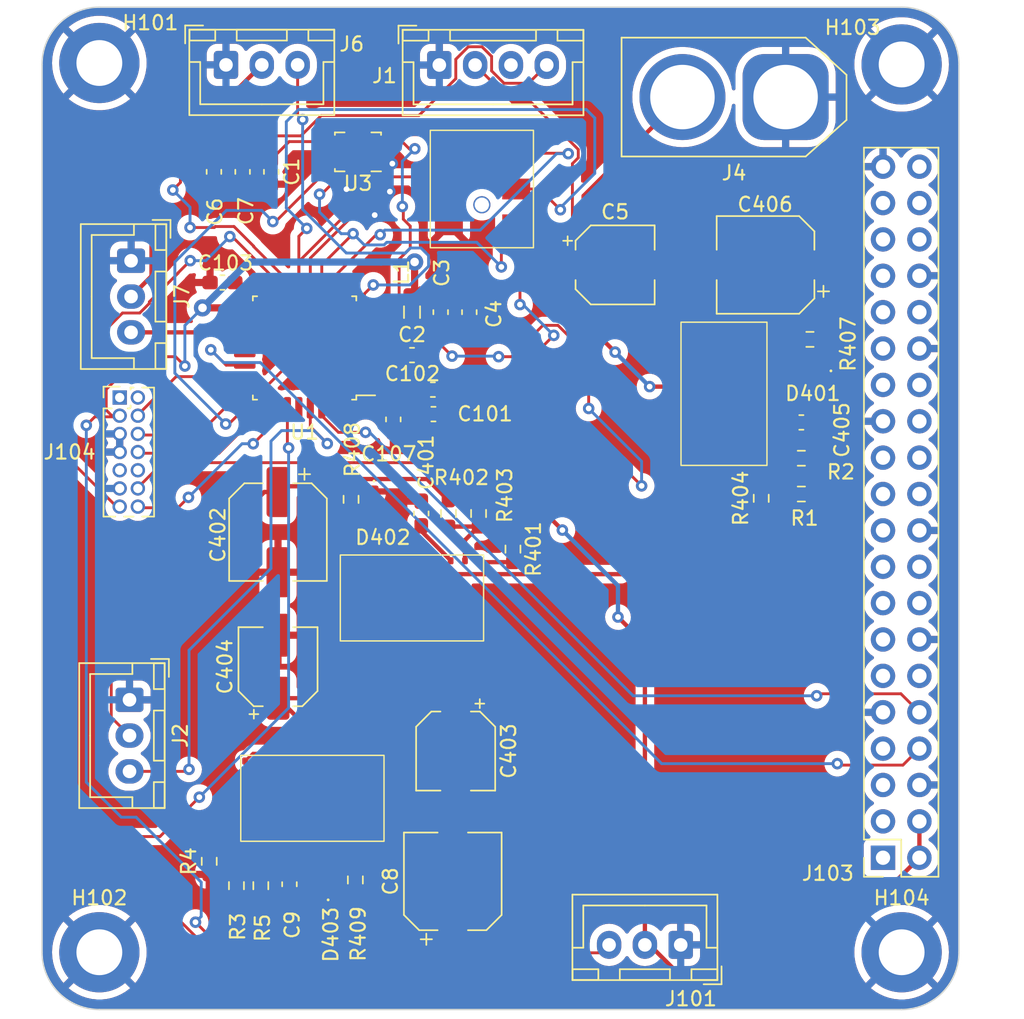
<source format=kicad_pcb>
(kicad_pcb (version 20221018) (generator pcbnew)
  (layers (0 "F.Cu" signal) (31 "B.Cu" signal) (34 "B.Paste" user) (35 "F.Paste" user) (36 "B.SilkS" user "B.Silkscreen") (37 "F.SilkS" user "F.Silkscreen") (38 "B.Mask" user) (39 "F.Mask" user) (44 "Edge.Cuts" user))
  (net 0 "")
  (net 1 "+3V3")
  (net 2 "GND")
  (net 3 "/NRST")
  (net 4 "+3.3VA")
  (net 5 "+3.3V")
  (net 6 "Net-(U2-Vcc)")
  (net 7 "Net-(U401-Vcc)")
  (net 8 "+5V")
  (net 9 "Net-(U402-Vcc)")
  (net 10 "+7.5V")
  (net 11 "Net-(D401-A)")
  (net 12 "Net-(D402-A)")
  (net 13 "Net-(D403-A)")
  (net 15 "/Sig_LED")
  (net 16 "/SigProp2")
  (net 17 "+BATT")
  (net 18 "/VDD_SER")
  (net 19 "/DATA1")
  (net 20 "/DATA2")
  (net 21 "/SigProp1")
  (net 26 "/RPI_UART_TX")
  (net 27 "/RPI_UART_RX")
  (net 54 "/SWDIO")
  (net 55 "/SWCLK")
  (net 56 "/SWO")
  (net 59 "/ST_RX")
  (net 60 "/ST_TX")
  (net 61 "Net-(U402-FB)")
  (net 62 "Net-(U2-FB)")
  (net 63 "Net-(U2-FSW)")
  (net 64 "Net-(U401-FSW)")
  (net 65 "Net-(U401-FB)")
  (net 66 "Net-(U402-FSW)")
  (net 69 "/INT1")
  (net 70 "/INT2")
  (net 77 "Net-(U2-En)")
  (net 82 "Net-(U401-En)")
  (net 85 "Net-(U402-En)")
  (net 87 "/SS")
  (net 88 "/SCLK")
  (net 89 "/MISO")
  (net 90 "/MOSI")
  (footprint "Capacitor_SMD:C_0603_1608Metric_Pad1.08x0.95mm_HandSolder" (layer "F.Cu") (at 118.27 110.75 90)
    (fp_text reference "C9")
    (fp_text value "1u")
  )
  (footprint "Package_LGA:LGA-14_3x2.5mm_P0.5mm_LayoutBorder3x4y" (layer "F.Cu") (at 121.3025 61.1075 180)
    (fp_text reference "U3")
    (fp_text value "LSM6DSL")
  )
  (footprint "Custom:Pressure_Captor_Custom" (layer "F.Cu") (at 131.7 62.2)
    (fp_text reference "U6" hide)
    (fp_text value "32350268" hide)
  )
  (footprint "Connector_AMASS:AMASS_XT60-M_1x02_P7.20mm_Vertical" (layer "F.Cu") (at 152.9012 55.7784 180)
    (fp_text reference "J4")
    (fp_text value "Conn_01x02")
  )
  (footprint "Resistor_SMD:R_0603_1608Metric_Pad0.98x0.95mm_HandSolder" (layer "F.Cu") (at 131.47 84.86 90)
    (fp_text reference "R403")
    (fp_text value "82k")
  )
  (footprint "Capacitor_SMD:C_0603_1608Metric_Pad1.08x0.95mm_HandSolder" (layer "F.Cu") (at 126.825 73.8)
    (fp_text reference "C2")
    (fp_text value "100n")
  )
  (footprint "MountingHole:MountingHole_3.2mm_M3_DIN965_Pad" (layer "F.Cu") (at 161 53.5)
    (fp_text reference "H103")
    (fp_text value "MountingHole_Pad")
  )
  (footprint "Capacitor_SMD:C_0603_1608Metric_Pad1.08x0.95mm_HandSolder" (layer "F.Cu") (at 113.59 68.73 180)
    (fp_text reference "C103")
    (fp_text value "100n")
  )
  (footprint "Resistor_SMD:R_0603_1608Metric_Pad0.98x0.95mm_HandSolder" (layer "F.Cu") (at 112.67 109.15 90)
    (fp_text reference "R4")
    (fp_text value "5.6k")
  )
  (footprint "Connector_PinSocket_2.54mm:PinSocket_2x20_P2.54mm_Vertical" (layer "F.Cu") (at 159.7 108.9 180)
    (fp_text reference "J103")
    (fp_text value "Conn_02x20_Odd_Even")
  )
  (footprint "Capacitor_SMD:C_0603_1608Metric_Pad1.08x0.95mm_HandSolder" (layer "F.Cu") (at 128.28 76.21)
    (fp_text reference "C102")
    (fp_text value "100n")
  )
  (footprint "Resistor_SMD:R_0603_1608Metric_Pad0.98x0.95mm_HandSolder" (layer "F.Cu") (at 154.6 72.7 180)
    (fp_text reference "R407")
    (fp_text value "300")
  )
  (footprint "Resistor_SMD:R_0603_1608Metric_Pad0.98x0.95mm_HandSolder" (layer "F.Cu") (at 116.27 110.85 -90)
    (fp_text reference "R5")
    (fp_text value "140k")
  )
  (footprint "Resistor_SMD:R_0603_1608Metric_Pad0.98x0.95mm_HandSolder" (layer "F.Cu") (at 151.2 83.8 90)
    (fp_text reference "R404")
    (fp_text value "5.6k")
  )
  (footprint "MountingHole:MountingHole_3.2mm_M3_DIN965_Pad" (layer "F.Cu") (at 105 53.4)
    (fp_text reference "H101")
    (fp_text value "MountingHole_Pad")
  )
  (footprint "Capacitor_SMD:CP_Elec_6.3x5.4" (layer "F.Cu") (at 117.47 86.16 -90)
    (fp_text reference "C402")
    (fp_text value "47u")
  )
  (footprint "Resistor_SMD:R_0603_1608Metric_Pad0.98x0.95mm_HandSolder" (layer "F.Cu") (at 122.57 83.8725 -90)
    (fp_text reference "R408")
    (fp_text value "300")
  )
  (footprint "Custom:Regulator" (layer "F.Cu") (at 148.6 76.5)
    (fp_text reference "U402" hide)
    (fp_text value "~" hide)
  )
  (footprint "Inductor_SMD:L_0805_2012Metric_Pad1.05x1.20mm_HandSolder" (layer "F.Cu") (at 126.825 70.8 -90)
    (fp_text reference "L1")
    (fp_text value "39n")
  )
  (footprint "Connector_JST:JST_XH_B3B-XH-A_1x03_P2.50mm_Vertical" (layer "F.Cu") (at 145.58 114.985 180)
    (fp_text reference "J101")
    (fp_text value "Conn_01x03")
  )
  (footprint "LED_SMD:LED_0402_1005Metric_Pad0.77x0.64mm_HandSolder" (layer "F.Cu") (at 154.8 74.9 180)
    (fp_text reference "D401")
    (fp_text value "LED")
  )
  (footprint "MountingHole:MountingHole_3.2mm_M3_DIN965_Pad" (layer "F.Cu") (at 105 115.5)
    (fp_text reference "H102")
    (fp_text value "MountingHole_Pad")
  )
  (footprint "Capacitor_SMD:C_0603_1608Metric_Pad1.08x0.95mm_HandSolder" (layer "F.Cu") (at 117 61 -90)
    (fp_text reference "C1")
    (fp_text value "100nF")
  )
  (footprint "Capacitor_SMD:CP_Elec_6.3x5.4" (layer "F.Cu") (at 129.67 110.55 90)
    (fp_text reference "C8")
    (fp_text value "47u")
  )
  (footprint "Capacitor_SMD:C_0603_1608Metric_Pad1.08x0.95mm_HandSolder" (layer "F.Cu") (at 115 61 90)
    (fp_text reference "C7")
    (fp_text value "100n")
  )
  (footprint "Custom:Regulator" (layer "F.Cu") (at 119.87 104.75 -90)
    (fp_text reference "U2" hide)
    (fp_text value "~" hide)
  )
  (footprint "Capacitor_SMD:CP_Elec_5x5.4" (layer "F.Cu") (at 141 67.5)
    (fp_text reference "C5")
    (fp_text value "10u")
  )
  (footprint "Resistor_SMD:R_0603_1608Metric_Pad0.98x0.95mm_HandSolder" (layer "F.Cu") (at 122.87 110.45 90)
    (fp_text reference "R409")
    (fp_text value "300")
  )
  (footprint "Connector_JST:JST_XH_B3B-XH-A_1x03_P2.50mm_Vertical" (layer "F.Cu") (at 107.215 67.21 -90)
    (fp_text reference "J7")
    (fp_text value "Conn_01x03")
  )
  (footprint "Custom:Regulator" (layer "F.Cu") (at 126.82 90.76 90)
    (fp_text reference "U401" hide)
    (fp_text value "~" hide)
  )
  (footprint "Connector_JST:JST_XH_B3B-XH-A_1x03_P2.50mm_Vertical" (layer "F.Cu") (at 113.84 53.53)
    (fp_text reference "J6")
    (fp_text value "Conn_01x03")
  )
  (footprint "Resistor_SMD:R_0603_1608Metric_Pad0.98x0.95mm_HandSolder" (layer "F.Cu") (at 129.37 84.86 -90)
    (fp_text reference "R402")
    (fp_text value "402k")
  )
  (footprint "Capacitor_SMD:CP_Elec_5x5.4" (layer "F.Cu") (at 129.87 101.45 -90)
    (fp_text reference "C403")
    (fp_text value "10u")
  )
  (footprint "Capacitor_SMD:C_0603_1608Metric_Pad1.08x0.95mm_HandSolder" (layer "F.Cu") (at 127.47 84.86 -90)
    (fp_text reference "C401")
    (fp_text value "1u")
  )
  (footprint "Resistor_SMD:R_0603_1608Metric_Pad0.98x0.95mm_HandSolder" (layer "F.Cu") (at 114.57 110.85 90)
    (fp_text reference "R3")
    (fp_text value "402k")
  )
  (footprint "Connector_JST:JST_XH_B4B-XH-A_1x04_P2.50mm_Vertical" (layer "F.Cu") (at 128.73 53.54)
    (fp_text reference "J1")
    (fp_text value "Conn_01x04")
  )
  (footprint "Connector_JST:JST_XH_B3B-XH-A_1x03_P2.50mm_Vertical" (layer "F.Cu") (at 107.105 97.87 -90)
    (fp_text reference "J2")
    (fp_text value "Conn_01x03")
  )
  (footprint "Capacitor_SMD:C_0603_1608Metric_Pad1.08x0.95mm_HandSolder" (layer "F.Cu") (at 113 61 -90)
    (fp_text reference "C6")
    (fp_text value "100n")
  )
  (footprint "Capacitor_SMD:CP_Elec_6.3x5.4" (layer "F.Cu") (at 151.5 67.5 180)
    (fp_text reference "C406")
    (fp_text value "47u")
  )
  (footprint "Resistor_SMD:R_0603_1608Metric_Pad0.98x0.95mm_HandSolder" (layer "F.Cu") (at 154 83.5)
    (fp_text reference "R1")
    (fp_text value "56k")
  )
  (footprint "LED_SMD:LED_0402_1005Metric_Pad0.77x0.64mm_HandSolder" (layer "F.Cu") (at 120.97 110.5775 90)
    (fp_text reference "D403")
    (fp_text value "LED")
  )
  (footprint "Capacitor_SMD:C_0603_1608Metric_Pad1.08x0.95mm_HandSolder" (layer "F.Cu") (at 130.825 70.8 90)
    (fp_text reference "C4")
    (fp_text value "100n")
  )
  (footprint "Package_QFP:LQFP-32_7x7mm_P0.8mm" (layer "F.Cu") (at 119.325 73.3 180)
    (fp_text reference "U1")
    (fp_text value "STM32L412KBTx")
  )
  (footprint "Capacitor_SMD:C_0603_1608Metric_Pad1.08x0.95mm_HandSolder" (layer "F.Cu") (at 128.32 77.92)
    (fp_text reference "C101")
    (fp_text value "100n")
  )
  (footprint "Capacitor_SMD:C_0603_1608Metric_Pad1.08x0.95mm_HandSolder" (layer "F.Cu") (at 154 78.5 180)
    (fp_text reference "C405")
    (fp_text value "1u")
  )
  (footprint "Resistor_SMD:R_0603_1608Metric_Pad0.98x0.95mm_HandSolder" (layer "F.Cu") (at 154 81 180)
    (fp_text reference "R2")
    (fp_text value "402k")
  )
  (footprint "Capacitor_SMD:C_0603_1608Metric_Pad1.08x0.95mm_HandSolder" (layer "F.Cu") (at 128.825 70.8 90)
    (fp_text reference "C3")
    (fp_text value "1u")
  )
  (footprint "MountingHole:MountingHole_3.2mm_M3_DIN965_Pad" (layer "F.Cu") (at 161 115.5)
    (fp_text reference "H104")
    (fp_text value "MountingHole_Pad")
  )
  (footprint "LED_SMD:LED_0402_1005Metric_Pad0.77x0.64mm_HandSolder" (layer "F.Cu") (at 124.17 83.86 -90)
    (fp_text reference "D402")
    (fp_text value "LED")
  )
  (footprint "Capacitor_SMD:C_0603_1608Metric_Pad1.08x0.95mm_HandSolder" (layer "F.Cu") (at 125.52 78.29 -90)
    (fp_text reference "C107")
    (fp_text value "4u7")
  )
  (footprint "Capacitor_SMD:CP_Elec_5x5.4" (layer "F.Cu") (at 117.47 95.56 90)
    (fp_text reference "C404")
    (fp_text value "10u")
  )
  (footprint "Connector_PinHeader_1.27mm:PinHeader_2x07_P1.27mm_Vertical" (layer "F.Cu") (at 106.42 76.76)
    (fp_text reference "J104")
    (fp_text value "Conn_ST_STDC14")
  )
  (footprint "Resistor_SMD:R_0603_1608Metric_Pad0.98x0.95mm_HandSolder" (layer "F.Cu") (at 133.87 87.3475 -90)
    (fp_text reference "R401")
    (fp_text value "5.6k")
  )
  (gr_arc (start 101 53.5) (mid 102.171573 50.671573) (end 105 49.5) (stroke (width 0.1)) (layer "Edge.Cuts"))
  (gr_line (start 101 115.5) (end 101 53.5) (stroke (width 0.1)) (layer "Edge.Cuts"))
  (gr_arc (start 165 115.5) (mid 163.828427 118.328427) (end 161 119.5) (stroke (width 0.1)) (layer "Edge.Cuts"))
  (gr_arc (start 161 49.5) (mid 163.828427 50.671573) (end 165 53.5) (stroke (width 0.1)) (layer "Edge.Cuts"))
  (gr_line (start 161 119.5) (end 105 119.5) (stroke (width 0.1)) (layer "Edge.Cuts"))
  (gr_line (start 165 53.5) (end 165 115.5) (stroke (width 0.1)) (layer "Edge.Cuts"))
  (gr_line (start 105 49.5) (end 161 49.5) (stroke (width 0.1)) (layer "Edge.Cuts"))
  (gr_arc (start 105 119.5) (mid 102.171573 118.328427) (end 101 115.5) (stroke (width 0.1)) (layer "Edge.Cuts"))
  (segment (start 131.19 59.19) (end 130.4075 58.4075) (width 0.2) (layer "F.Cu") (net 1))
  (segment (start 123.39 57.79) (end 122.13 57.79) (width 0.2) (layer "F.Cu") (net 1))
  (segment (start 122.13 57.79) (end 121.8825 58.0375) (width 0.2) (layer "F.Cu") (net 1))
  (segment (start 123.84 58.4075) (end 123.5525 58.695) (width 0.2) (layer "F.Cu") (net 1))
  (segment (start 121.8825 58.8875) (end 118.25 58.8875) (width 0.2) (layer "F.Cu") (net 1))
  (segment (start 130.4075 58.4075) (end 123.84 58.4075) (width 0.2) (layer "F.Cu") (net 1))
  (segment (start 115 60.1375) (end 117 60.1375) (width 0.2) (layer "F.Cu") (net 1))
  (segment (start 113 60.1375) (end 115 60.1375) (width 0.2) (layer "F.Cu") (net 1))
  (segment (start 131.19 60.41) (end 131.19 59.19) (width 0.2) (layer "F.Cu") (net 1))
  (segment (start 129.4 62.2) (end 131.19 60.41) (width 0.2) (layer "F.Cu") (net 1))
  (segment (start 117 60.1375) (end 118.25 58.8875) (width 0.2) (layer "F.Cu") (net 1))
  (segment (start 123.5525 57.9525) (end 123.39 57.79) (width 0.2) (layer "F.Cu") (net 1))
  (segment (start 123.5525 58.695) (end 123.5525 57.9525) (width 0.2) (layer "F.Cu") (net 1))
  (segment (start 121.8825 58.8875) (end 121.8825 58.0375) (width 0.2) (layer "F.Cu") (net 1))
  (segment (start 129.52 93.36) (end 129.52 93.17) (width 0.2) (layer "F.Cu") (net 2))
  (segment (start 124.94 64.02) (end 125.03 64.11) (width 0.2) (layer "F.Cu") (net 2))
  (segment (start 125.52 79.1525) (end 123.8425 77.475) (width 0.2) (layer "F.Cu") (net 2))
  (segment (start 123.0525 58.96533) (end 123.0525 58.695) (width 0.2) (layer "F.Cu") (net 2))
  (segment (start 123.44467 59.3575) (end 123.0525 58.96533) (width 0.2) (layer "F.Cu") (net 2))
  (segment (start 124.215 59.3575) (end 123.44467 59.3575) (width 0.2) (layer "F.Cu") (net 2))
  (segment (start 129.52 93.17) (end 128.71 92.36) (width 0.2) (layer "F.Cu") (net 2))
  (segment (start 125.0975 59.8575) (end 125.1 59.86) (width 0.2) (layer "F.Cu") (net 2))
  (segment (start 123.8425 77.475) (end 122.125 77.475) (width 0.2) (layer "F.Cu") (net 2))
  (segment (start 124.82 59.8575) (end 125.0975 59.8575) (width 0.2) (layer "F.Cu") (net 2))
  (segment (start 145.16 79.2) (end 145.12 79.24) (width 0.2) (layer "F.Cu") (net 2))
  (segment (start 124.22 64.02) (end 124.94 64.02) (width 0.2) (layer "F.Cu") (net 2))
  (segment (start 123.0525 59.65) (end 123.0525 61.4075) (width 0.2) (layer "F.Cu") (net 2))
  (segment (start 124.215 59.8575) (end 124.82 59.8575) (width 0.2) (layer "F.Cu") (net 2))
  (segment (start 117.17 102.15) (end 117.17 103.02) (width 0.2) (layer "F.Cu") (net 2))
  (segment (start 117.17 103.02) (end 117.22 103.07) (width 0.2) (layer "F.Cu") (net 2))
  (segment (start 122.5525 58.695) (end 123.0525 58.695) (width 0.2) (layer "F.Cu") (net 2))
  (segment (start 124.215 59.8575) (end 124.215 59.3575) (width 0.2) (layer "F.Cu") (net 2))
  (segment (start 146 79.2) (end 145.16 79.2) (width 0.2) (layer "F.Cu") (net 2))
  (segment (start 123.0525 59.65) (end 123.0525 58.695) (width 0.2) (layer "F.Cu") (net 2))
  (segment (start 123.0525 60.52) (end 123.0525 59.65) (width 0.2) (layer "F.Cu") (net 2))
  (segment (start 123.0525 61.4075) (end 122.25 62.21) (width 0.2) (layer "F.Cu") (net 2))
  (via (at 125.28 62.38) (size 0.8) (drill 0.4) (layers "F.Cu" "B.Cu") (net 2))
  (via (at 122.25 62.21) (size 0.8) (drill 0.4) (layers "F.Cu" "B.Cu") (net 2))
  (via (at 124.22 64.02) (size 0.8) (drill 0.4) (layers "F.Cu" "B.Cu") (net 2))
  (via (at 125.4505 60.426848) (size 0.8) (drill 0.4) (layers "F.Cu" "B.Cu") (net 2))
  (segment (start 124.06 64.02) (end 124.22 64.02) (width 0.2) (layer "B.Cu") (net 2))
  (segment (start 122.25 62.21) (end 124.06 64.02) (width 0.2) (layer "B.Cu") (net 2))
  (segment (start 128.775 73.025) (end 129.62 73.87) (width 0.2) (layer "F.Cu") (net 3))
  (segment (start 126.7375 73.025) (end 128.775 73.025) (width 0.2) (layer "F.Cu") (net 3))
  (segment (start 126.7375 73.025) (end 125.9625 73.8) (width 0.2) (layer "F.Cu") (net 3))
  (segment (start 131.43 81.31) (end 109.43 81.31) (width 0.2) (layer "F.Cu") (net 3))
  (segment (start 131.48 81.36) (end 131.43 81.31) (width 0.2) (layer "F.Cu") (net 3))
  (segment (start 135.96 71.72) (end 137.00995 71.72) (width 0.2) (layer "F.Cu") (net 3))
  (segment (start 141.28 81.36) (end 131.48 81.36) (width 0.2) (layer "F.Cu") (net 3))
  (segment (start 142.85 82.93) (end 141.28 81.36) (width 0.2) (layer "F.Cu") (net 3))
  (segment (start 137.00995 71.72) (end 139.155 73.86505) (width 0.2) (layer "F.Cu") (net 3))
  (segment (start 139.155 73.86505) (end 139.155 77.525) (width 0.2) (layer "F.Cu") (net 3))
  (segment (start 132.87 73.91) (end 133.77 73.91) (width 0.2) (layer "F.Cu") (net 3))
  (segment (start 125.9625 73.8) (end 123.6 73.8) (width 0.3) (layer "F.Cu") (net 3))
  (segment (start 123.6 73.8) (end 123.5 73.7) (width 0.3) (layer "F.Cu") (net 3))
  (segment (start 133.77 73.91) (end 135.96 71.72) (width 0.2) (layer "F.Cu") (net 3))
  (segment (start 109.43 81.31) (end 107.55 83.19) (width 0.2) (layer "F.Cu") (net 3))
  (via (at 129.62 73.87) (size 0.8) (drill 0.4) (layers "F.Cu" "B.Cu") (net 3))
  (via (at 139.155 77.525) (size 0.8) (drill 0.4) (layers "F.Cu" "B.Cu") (net 3))
  (via (at 132.87 73.91) (size 0.8) (drill 0.4) (layers "F.Cu" "B.Cu") (net 3))
  (via (at 142.85 82.93) (size 0.8) (drill 0.4) (layers "F.Cu" "B.Cu") (net 3))
  (segment (start 132.83 73.87) (end 132.87 73.91) (width 0.2) (layer "B.Cu") (net 3))
  (segment (start 139.155 77.525) (end 142.85 81.22) (width 0.2) (layer "B.Cu") (net 3))
  (segment (start 129.62 73.87) (end 132.83 73.87) (width 0.2) (layer "B.Cu") (net 3))
  (segment (start 142.85 81.22) (end 142.85 82.93) (width 0.2) (layer "B.Cu") (net 3))
  (segment (start 125.975 72.8) (end 123.6 72.8) (width 0.3) (layer "F.Cu") (net 4))
  (segment (start 130.825 71.6625) (end 128.825 71.6625) (width 0.3) (layer "F.Cu") (net 4))
  (segment (start 126.825 71.95) (end 125.975 72.8) (width 0.3) (layer "F.Cu") (net 4))
  (segment (start 127.1125 71.6625) (end 126.825 71.95) (width 0.3) (layer "F.Cu") (net 4))
  (segment (start 123.6 72.8) (end 123.5 72.9) (width 0.3) (layer "F.Cu") (net 4))
  (segment (start 128.825 71.6625) (end 127.1125 71.6625) (width 0.3) (layer "F.Cu") (net 4))
  (segment (start 123.5 76.1) (end 124.1925 76.1) (width 0.2) (layer "F.Cu") (net 5))
  (segment (start 127.4175 76.21) (end 127.4175 77.88) (width 0.2) (layer "F.Cu") (net 5))
  (segment (start 110.32 73.91) (end 107.76 73.91) (width 0.2) (layer "F.Cu") (net 5))
  (segment (start 127.005353 67.295354) (end 127.005353 69.469647) (width 0.5) (layer "F.Cu") (net 5))
  (segment (start 123.97 106.85) (end 123.97 107.65) (width 0.2) (layer "F.Cu") (net 5))
  (segment (start 134.34 69.17) (end 134.59 68.92) (width 0.2) (layer "F.Cu") (net 5))
  (segment (start 114.9025 68.68) (end 114.9025 70.2525) (width 0.2) (layer "F.Cu") (net 5))
  (segment (start 127.4575 77.92) (end 126.965 77.4275) (width 0.2) (layer "F.Cu") (net 5))
  (segment (start 126.965 77.4275) (end 125.52 77.4275) (width 0.2) (layer "F.Cu") (net 5))
  (segment (start 123.97 107.65) (end 129.67 113.35) (width 0.2) (layer "F.Cu") (net 5))
  (segment (start 134.34 74.8) (end 136.72 72.42) (width 0.2) (layer "F.Cu") (net 5))
  (segment (start 124.1925 76.1) (end 125.52 77.4275) (width 0.2) (layer "F.Cu") (net 5))
  (segment (start 104.68 78.11) (end 106.28 78.11) (width 0.2) (layer "F.Cu") (net 5))
  (segment (start 126.825 69.65) (end 127.375 69.1) (width 0.2) (layer "F.Cu") (net 5))
  (segment (start 134.59 68.92) (end 138.01995 65.49005) (width 0.2) (layer "F.Cu") (net 5))
  (segment (start 119.0925 115.14) (end 122.87 111.3625) (width 0.2) (layer "F.Cu") (net 5))
  (segment (start 138.01995 65.49005) (end 138.01995 60.43) (width 0.2) (layer "F.Cu") (net 5))
  (segment (start 113.45 115.14) (end 119.0925 115.14) (width 0.2) (layer "F.Cu") (net 5))
  (segment (start 138.43 59.44005) (end 135.11995 56.13) (width 0.2) (layer "F.Cu") (net 5))
  (segment (start 114.9025 70.2525) (end 115.15 70.5) (width 0.2) (layer "F.Cu") (net 5))
  (segment (start 123.97 106.85) (end 123.97 110.2625) (width 0.2) (layer "F.Cu") (net 5))
  (segment (start 115.15 70.5) (end 112.2 70.5) (width 0.5) (layer "F.Cu") (net 5))
  (segment (start 105.48 77.64) (end 105.95 78.11) (width 0.2) (layer "F.Cu") (net 5))
  (segment (start 134.34 75.1475) (end 134.34 74.8) (width 0.2) (layer "F.Cu") (net 5))
  (segment (start 138.43 60.01995) (end 138.43 59.44005) (width 0.2) (layer "F.Cu") (net 5))
  (segment (start 130.7925 78.695) (end 134.34 75.1475) (width 0.2) (layer "F.Cu") (net 5))
  (segment (start 134.36 69.19) (end 134.34 69.17) (width 0.2) (layer "F.Cu") (net 5))
  (segment (start 127.4575 77.92) (end 128.2325 78.695) (width 0.2) (layer "F.Cu") (net 5))
  (segment (start 138.01995 60.43) (end 138.43 60.01995) (width 0.2) (layer "F.Cu") (net 5))
  (segment (start 105.95 78.11) (end 106.28 78.11) (width 0.2) (layer "F.Cu") (net 5))
  (segment (start 114.57 111.7625) (end 115.3575 112.55) (width 0.2) (layer "F.Cu") (net 5))
  (segment (start 115.3575 112.55) (end 121.6825 112.55) (width 0.2) (layer "F.Cu") (net 5))
  (segment (start 111.71 113.4) (end 113.45 115.14) (width 0.2) (layer "F.Cu") (net 5))
  (segment (start 135.11995 56.13) (end 133.82 56.13) (width 0.2) (layer "F.Cu") (net 5))
  (segment (start 110.97 74.56) (end 110.32 73.91) (width 0.2) (layer "F.Cu") (net 5))
  (segment (start 127.375 69.1) (end 134.41 69.1) (width 0.2) (layer "F.Cu") (net 5))
  (segment (start 105.48 76.19) (end 105.48 77.64) (width 0.2) (layer "F.Cu") (net 5))
  (segment (start 121.6825 112.55) (end 122.87 111.3625) (width 0.2) (layer "F.Cu") (net 5))
  (segment (start 134.36 70.27) (end 134.36 69.19) (width 0.2) (layer "F.Cu") (net 5))
  (segment (start 123.97 110.2625) (end 122.87 111.3625) (width 0.2) (layer "F.Cu") (net 5))
  (segment (start 133.82 56.13) (end 131.23 53.54) (width 0.2) (layer "F.Cu") (net 5))
  (segment (start 127.4175 77.88) (end 127.4575 77.92) (width 0.2) (layer "F.Cu") (net 5))
  (segment (start 134.41 69.1) (end 134.59 68.92) (width 0.2) (layer "F.Cu") (net 5))
  (segment (start 127.005353 69.469647) (end 126.825 69.65) (width 0.5) (layer "F.Cu") (net 5))
  (segment (start 107.76 73.91) (end 105.48 76.19) (width 0.2) (layer "F.Cu") (net 5))
  (segment (start 104.09 78.7) (end 104.68 78.11) (width 0.2) (layer "F.Cu") (net 5))
  (segment (start 128.2325 78.695) (end 130.7925 78.695) (width 0.2) (layer "F.Cu") (net 5))
  (via (at 134.36 70.27) (size 0.8) (drill 0.4) (layers "F.Cu" "B.Cu") (net 5))
  (via (at 104.09 78.7) (size 0.8) (drill 0.4) (layers "F.Cu" "B.Cu") (net 5))
  (via (at 127.005353 67.295354) (size 1.2) (drill 0.6) (layers "F.Cu" "B.Cu") (net 5))
  (via (at 112.2 70.5) (size 1.2) (drill 0.6) (layers "F.Cu" "B.Cu") (net 5))
  (via (at 111.71 113.4) (size 0.8) (drill 0.4) (layers "F.Cu" "B.Cu") (net 5))
  (via (at 136.72 72.42) (size 0.8) (drill 0.4) (layers "F.Cu" "B.Cu") (net 5))
  (via (at 110.97 74.56) (size 0.8) (drill 0.4) (layers "F.Cu" "B.Cu") (net 5))
  (segment (start 104.09 103.626346) (end 104.09 78.7) (width 0.2) (layer "B.Cu") (net 5))
  (segment (start 112.11 110.61) (end 107.57 106.07) (width 0.2) (layer "B.Cu") (net 5))
  (segment (start 111.71 113.4) (end 112.11 113) (width 0.2) (layer "B.Cu") (net 5))
  (segment (start 134.57 70.27) (end 134.36 70.27) (width 0.2) (layer "B.Cu") (net 5))
  (segment (start 110.97 71.73) (end 112.2 70.5) (width 0.2) (layer "B.Cu") (net 5))
  (segment (start 110.97 74.56) (end 110.97 71.73) (width 0.2) (layer "B.Cu") (net 5))
  (segment (start 124.674646 67.295354) (end 124.67 67.3) (width 0.5) (layer "B.Cu") (net 5))
  (segment (start 107.57 106.07) (end 106.533654 106.07) (width 0.2) (layer "B.Cu") (net 5))
  (segment (start 115.4 67.3) (end 112.2 70.5) (width 0.5) (layer "B.Cu") (net 5))
  (segment (start 136.72 72.42) (end 134.57 70.27) (width 0.2) (layer "B.Cu") (net 5))
  (segment (start 124.67 67.3) (end 115.4 67.3) (width 0.5) (layer "B.Cu") (net 5))
  (segment (start 112.11 113) (end 112.11 110.61) (width 0.2) (layer "B.Cu") (net 5))
  (segment (start 127.005353 67.295354) (end 124.674646 67.295354) (width 0.5) (layer "B.Cu") (net 5))
  (segment (start 106.533654 106.07) (end 104.09 103.626346) (width 0.2) (layer "B.Cu") (net 5))
  (segment (start 117.17 108.7875) (end 117.17 107.35) (width 0.2) (layer "F.Cu") (net 6))
  (segment (start 118.27 109.8875) (end 117.17 108.7875) (width 0.2) (layer "F.Cu") (net 6))
  (segment (start 129.52 88.132183) (end 129.52 88.16) (width 0.3) (layer "F.Cu") (net 7))
  (segment (start 127.47 85.7225) (end 127.47 86.082183) (width 0.3) (layer "F.Cu") (net 7))
  (segment (start 127.47 86.082183) (end 129.52 88.132183) (width 0.3) (layer "F.Cu") (net 7))
  (segment (start 116.515 83.36) (end 105.83 94.045) (width 0.3) (layer "F.Cu") (net 8))
  (segment (start 134.41 83.11) (end 130.2075 83.11) (width 0.3) (layer "F.Cu") (net 8))
  (segment (start 117.87 82.96) (end 122.57 82.96) (width 0.3) (layer "F.Cu") (net 8))
  (segment (start 146.101472 117.68) (end 143.406472 114.985) (width 0.3) (layer "F.Cu") (net 8))
  (segment (start 117.47 83.36) (end 116.515 83.36) (width 0.3) (layer "F.Cu") (net 8))
  (segment (start 130.2075 83.11) (end 129.37 83.9475) (width 0.3) (layer "F.Cu") (net 8))
  (segment (start 105.83 99.095) (end 105.83 94.045) (width 0.2) (layer "F.Cu") (net 8))
  (segment (start 137.32 86.02) (end 134.41 83.11) (width 0.3) (layer "F.Cu") (net 8))
  (segment (start 162.24 108.9) (end 162.24 106.36) (width 0.3) (layer "F.Cu") (net 8))
  (segment (start 143.08 114.985) (end 143.08 93.97) (width 0.3) (layer "F.Cu") (net 8))
  (segment (start 162.24 108.9) (end 153.46 117.68) (width 0.3) (layer "F.Cu") (net 8))
  (segment (start 153.46 117.68) (end 146.101472 117.68) (width 0.3) (layer "F.Cu") (net 8))
  (segment (start 127.8775 82.455) (end 129.37 83.9475) (width 0.3) (layer "F.Cu") (net 8))
  (segment (start 121.645 87.585) (end 122.72 88.66) (width 0.3) (layer "F.Cu") (net 8))
  (segment (start 121.645 83.885) (end 121.645 87.585) (width 0.3) (layer "F.Cu") (net 8))
  (segment (start 143.08 93.97) (end 141.2 92.09) (width 0.3) (layer "F.Cu") (net 8))
  (segment (start 122.57 82.96) (end 123.075 82.455) (width 0.3) (layer "F.Cu") (net 8))
  (segment (start 122.57 82.96) (end 121.645 83.885) (width 0.3) (layer "F.Cu") (net 8))
  (segment (start 117.47 83.36) (end 117.87 82.96) (width 0.3) (layer "F.Cu") (net 8))
  (segment (start 123.075 82.455) (end 127.8775 82.455) (width 0.3) (layer "F.Cu") (net 8))
  (segment (start 107.105 100.37) (end 105.83 99.095) (width 0.2) (layer "F.Cu") (net 8))
  (segment (start 143.406472 114.985) (end 143.08 114.985) (width 0.3) (layer "F.Cu") (net 8))
  (via (at 141.2 92.09) (size 0.8) (drill 0.4) (layers "F.Cu" "B.Cu") (net 8))
  (via (at 137.32 86.02) (size 0.8) (drill 0.4) (layers "F.Cu" "B.Cu") (net 8))
  (segment (start 141.2 92.09) (end 141.2 89.9) (width 0.3) (layer "B.Cu") (net 8))
  (segment (start 141.2 89.9) (end 137.32 86.02) (width 0.3) (layer "B.Cu") (net 8))
  (segment (start 153.1375 78.5) (end 152.4375 79.2) (width 0.3) (layer "F.Cu") (net 9))
  (segment (start 152.4375 79.2) (end 151.2 79.2) (width 0.3) (layer "F.Cu") (net 9))
  (segment (start 156.205 73.3925) (end 156.205 79.7075) (width 0.3) (layer "F.Cu") (net 10))
  (segment (start 155.5125 72.7) (end 156.205 73.3925) (width 0.3) (layer "F.Cu") (net 10))
  (segment (start 151.325 71.775) (end 150.7 72.4) (width 0.3) (layer "F.Cu") (net 10))
  (segment (start 155.5125 72.7) (end 154.5875 71.775) (width 0.3) (layer "F.Cu") (net 10))
  (segment (start 155.5125 72.7) (end 155.5125 68.7125) (width 0.3) (layer "F.Cu") (net 10))
  (segment (start 154.5875 71.775) (end 151.325 71.775) (width 0.3) (layer "F.Cu") (net 10))
  (segment (start 156.205 79.7075) (end 154.9125 81) (width 0.3) (layer "F.Cu") (net 10))
  (segment (start 155.5125 68.7125) (end 154.3 67.5) (width 0.3) (layer "F.Cu") (net 10))
  (segment (start 154.2275 73.24) (end 153.6875 72.7) (width 0.3) (layer "F.Cu") (net 11))
  (segment (start 154.2275 74.9) (end 154.2275 73.24) (width 0.3) (layer "F.Cu") (net 11))
  (segment (start 124.17 84.4325) (end 122.9225 84.4325) (width 0.3) (layer "F.Cu") (net 12))
  (segment (start 122.9225 84.4325) (end 122.57 84.785) (width 0.3) (layer "F.Cu") (net 12))
  (segment (start 120.97 110.005) (end 122.4025 110.005) (width 0.2) (layer "F.Cu") (net 13))
  (segment (start 122.4025 110.005) (end 122.87 109.5375) (width 0.2) (layer "F.Cu") (net 13))
  (segment (start 132.38 53.95) (end 133.245 54.815) (width 0.2) (layer "F.Cu") (net 15))
  (segment (start 133.245 54.815) (end 134.955 54.815) (width 0.2) (layer "F.Cu") (net 15))
  (segment (start 115.775 66.223959) (end 118.125 68.573959) (width 0.2) (layer "F.Cu") (net 15))
  (segment (start 119.07 58.4875) (end 120.4875 57.07) (width 0.2) (layer "F.Cu") (net 15))
  (segment (start 111.33 64.89) (end 113.02 64.89) (width 0.2) (layer "F.Cu") (net 15))
  (segment (start 115.775 66.19505) (end 115.775 66.223959) (width 0.2) (layer "F.Cu") (net 15))
  (segment (start 131.706346 52.265) (end 132.38 52.938654) (width 0.2) (layer "F.Cu") (net 15))
  (segment (start 114.39995 64.82) (end 115.775 66.19505) (width 0.2) (layer "F.Cu") (net 15))
  (segment (start 110.66 61.17986) (end 113.35236 58.4875) (width 0.2) (layer "F.Cu") (net 15))
  (segment (start 113.02 64.89) (end 113.09 64.82) (width 0.2) (layer "F.Cu") (net 15))
  (segment (start 113.35236 58.4875) (end 119.07 58.4875) (width 0.2) (layer "F.Cu") (net 15))
  (segment (start 132.38 52.938654) (end 132.38 53.95) (width 0.2) (layer "F.Cu") (net 15))
  (segment (start 130.753654 52.265) (end 131.706346 52.265) (width 0.2) (layer "F.Cu") (net 15))
  (segment (start 110.13 62.27) (end 110.66 61.74) (width 0.2) (layer "F.Cu") (net 15))
  (segment (start 129.88 54.492817) (end 129.88 53.138654) (width 0.2) (layer "F.Cu") (net 15))
  (segment (start 129.88 53.138654) (end 130.753654 52.265) (width 0.2) (layer "F.Cu") (net 15))
  (segment (start 127.302817 57.07) (end 129.88 54.492817) (width 0.2) (layer "F.Cu") (net 15))
  (segment (start 134.955 54.815) (end 136.23 53.54) (width 0.2) (layer "F.Cu") (net 15))
  (segment (start 113.09 64.82) (end 114.39995 64.82) (width 0.2) (layer "F.Cu") (net 15))
  (segment (start 110.66 61.74) (end 110.66 61.17986) (width 0.2) (layer "F.Cu") (net 15))
  (segment (start 120.4875 57.07) (end 127.302817 57.07) (width 0.2) (layer "F.Cu") (net 15))
  (segment (start 118.125 68.573959) (end 118.125 69.125) (width 0.2) (layer "F.Cu") (net 15))
  (via (at 110.13 62.27) (size 0.8) (drill 0.4) (layers "F.Cu" "B.Cu") (net 15))
  (via (at 111.33 64.89) (size 0.8) (drill 0.4) (layers "F.Cu" "B.Cu") (net 15))
  (segment (start 111.33 63.47) (end 110.13 62.27) (width 0.2) (layer "B.Cu") (net 15))
  (segment (start 111.33 64.89) (end 111.33 63.47) (width 0.2) (layer "B.Cu") (net 15))
  (segment (start 120.91 79.98) (end 119.725 78.795) (width 0.2) (layer "F.Cu") (net 16))
  (segment (start 111.12 102.87) (end 111.26 102.73) (width 0.2) (layer "F.Cu") (net 16))
  (segment (start 119.725 78.795) (end 119.725 77.475) (width 0.2) (layer "F.Cu") (net 16))
  (segment (start 107.105 102.87) (end 111.12 102.87) (width 0.2) (layer "F.Cu") (net 16))
  (via (at 120.91 79.98) (size 0.8) (drill 0.4) (layers "F.Cu" "B.Cu") (net 16))
  (via (at 111.26 102.73) (size 0.8) (drill 0.4) (layers "F.Cu" "B.Cu") (net 16))
  (segment (start 120 79.07) (end 120.91 79.98) (width 0.2) (layer "B.Cu") (net 16))
  (segment (start 111.26 102.73) (end 111.26 94.41) (width 0.2) (layer "B.Cu") (net 16))
  (segment (start 117.72005 79.07) (end 120 79.07) (width 0.2) (layer "B.Cu") (net 16))
  (segment (start 111.26 94.41) (end 116.98 88.69) (width 0.2) (layer "B.Cu") (net 16))
  (segment (start 116.98 88.69) (end 116.98 79.81005) (width 0.2) (layer "B.Cu") (net 16))
  (segment (start 116.98 79.81005) (end 117.72005 79.07) (width 0.2) (layer "B.Cu") (net 16))
  (segment (start 140.15 68.85) (end 138.8 67.5) (width 0.3) (layer "F.Cu") (net 17))
  (segment (start 147.3 76) (end 143.41 76) (width 0.3) (layer "F.Cu") (net 17))
  (segment (start 119.17 107.35) (end 119.17 105.51) (width 0.2) (layer "F.Cu") (net 17))
  (segment (start 150.6 78.8) (end 151.2 78.2) (width 0.3) (layer "F.Cu") (net 17))
  (segment (start 125.43 99.25) (end 129.87 99.25) (width 0.2) (layer "F.Cu") (net 17))
  (segment (start 141 73.59) (end 140.15 72.74) (width 0.3) (layer "F.Cu") (net 17))
  (segment (start 138.8 62.6796) (end 145.7012 55.7784) (width 0.3) (layer "F.Cu") (net 17))
  (segment (start 151.2 78.2) (end 151.2 77.2) (width 0.3) (layer "F.Cu") (net 17))
  (segment (start 117.47 97.76) (end 118.96 99.25) (width 0.3) (layer "F.Cu") (net 17))
  (segment (start 119.17 107.35) (end 118.17 107.35) (width 0.2) (layer "F.Cu") (net 17))
  (segment (start 119.17 105.51) (end 125.43 99.25) (width 0.2) (layer "F.Cu") (net 17))
  (segment (start 141.416104 89.0975) (end 150.6 79.913604) (width 0.3) (layer "F.Cu") (net 17))
  (segment (start 118.96 99.25) (end 129.87 99.25) (width 0.3) (layer "F.Cu") (net 17))
  (segment (start 151.2 77.2) (end 148.5 77.2) (width 0.3) (layer "F.Cu") (net 17))
  (segment (start 127.52 89.976726) (end 127.52 88.16) (width 0.3) (layer "F.Cu") (net 17))
  (segment (start 150.6 79.913604) (end 150.6 78.8) (width 0.3) (layer "F.Cu") (net 17))
  (segment (start 129.4575 89.0975) (end 141.416104 89.0975) (width 0.3) (layer "F.Cu") (net 17))
  (segment (start 128.52 88.16) (end 129.4575 89.0975) (width 0.3) (layer "F.Cu") (net 17))
  (segment (start 138.8 67.5) (end 138.8 62.6796) (width 0.3) (layer "F.Cu") (net 17))
  (segment (start 127.52 88.16) (end 128.52 88.16) (width 0.3) (layer "F.Cu") (net 17))
  (segment (start 140.15 72.74) (end 140.15 68.85) (width 0.3) (layer "F.Cu") (net 17))
  (segment (start 117.47 97.76) (end 119.736726 97.76) (width 0.3) (layer "F.Cu") (net 17))
  (segment (start 148.5 77.2) (end 147.3 76) (width 0.3) (layer "F.Cu") (net 17))
  (segment (start 119.736726 97.76) (end 127.52 89.976726) (width 0.3) (layer "F.Cu") (net 17))
  (via (at 141 73.59) (size 0.8) (drill 0.4) (layers "F.Cu" "B.Cu") (net 17))
  (via (at 143.41 76) (size 0.8) (drill 0.4) (layers "F.Cu" "B.Cu") (net 17))
  (segment (start 141 73.59) (end 143.41 76) (width 0.3) (layer "B.Cu") (net 17))
  (segment (start 107.215 69.71) (end 108.64 68.285) (width 0.3) (layer "F.Cu") (net 18))
  (segment (start 108.64 61.23) (end 116.34 53.53) (width 0.3) (layer "F.Cu") (net 18))
  (segment (start 108.64 68.285) (end 108.64 61.23) (width 0.3) (layer "F.Cu") (net 18))
  (segment (start 123.5 69.52) (end 124.12 68.9) (width 0.2) (layer "F.Cu") (net 19))
  (segment (start 118.84 57) (end 118.84 53.53) (width 0.2) (layer "F.Cu") (net 19))
  (segment (start 119.19 57.35) (end 118.84 57) (width 0.2) (layer "F.Cu") (net 19))
  (segment (start 123.5 70.5) (end 123.5 69.52) (width 0.2) (layer "F.Cu") (net 19))
  (via (at 119.19 57.35) (size 0.8) (drill 0.4) (layers "F.Cu" "B.Cu") (net 19))
  (via (at 124.12 68.9) (size 0.8) (drill 0.4) (layers "F.Cu" "B.Cu") (net 19))
  (segment (start 127.452793 66.32) (end 126.707207 66.32) (width 0.2) (layer "B.Cu") (net 19))
  (segment (start 126.672793 68.9) (end 127.98 67.592793) (width 0.2) (layer "B.Cu") (net 19))
  (segment (start 124.12 68.9) (end 126.672793 68.9) (width 0.2) (layer "B.Cu") (net 19))
  (segment (start 119.19 63.61995) (end 119.19 57.35) (width 0.2) (layer "B.Cu") (net 19))
  (segment (start 126.357207 66.67) (end 122.24005 66.67) (width 0.2) (layer "B.Cu") (net 19))
  (segment (start 127.98 66.847207) (end 127.452793 66.32) (width 0.2) (layer "B.Cu") (net 19))
  (segment (start 126.707207 66.32) (end 126.357207 66.67) (width 0.2) (layer "B.Cu") (net 19))
  (segment (start 127.98 67.592793) (end 127.98 66.847207) (width 0.2) (layer "B.Cu") (net 19))
  (segment (start 122.24005 66.67) (end 119.19 63.61995) (width 0.2) (layer "B.Cu") (net 19))
  (segment (start 114.386827 71.3) (end 115.15 71.3) (width 0.3) (layer "F.Cu") (net 20))
  (segment (start 113.476827 72.21) (end 114.386827 71.3) (width 0.3) (layer "F.Cu") (net 20))
  (segment (start 107.215 72.21) (end 113.476827 72.21) (width 0.3) (layer "F.Cu") (net 20))
  (segment (start 109.23 107.42) (end 107.135 107.42) (width 0.2) (layer "F.Cu") (net 21))
  (segment (start 107.135 107.42) (end 107.135 109.81495) (width 0.2) (layer "F.Cu") (net 21))
  (segment (start 107.135 109.81495) (end 112.86005 115.54) (width 0.2) (layer "F.Cu") (net 21))
  (segment (start 140.025 115.54) (end 140.58 114.985) (width 0.2) (layer "F.Cu") (net 21))
  (segment (start 118.21 80.28) (end 118.125 80.195) (width 0.2) (layer "F.Cu") (net 21))
  (segment (start 118.125 80.195) (end 118.125 77.475) (width 0.2) (layer "F.Cu") (net 21))
  (segment (start 111.98 104.67) (end 109.23 107.42) (width 0.2) (layer "F.Cu") (net 21))
  (segment (start 112.86005 115.54) (end 140.025 115.54) (width 0.2) (layer "F.Cu") (net 21))
  (via (at 111.98 104.67) (size 0.8) (drill 0.4) (layers "F.Cu" "B.Cu") (net 21))
  (via (at 118.21 80.28) (size 0.8) (drill 0.4) (layers "F.Cu" "B.Cu") (net 21))
  (segment (start 118.21 80.28) (end 118.21 98.44) (width 0.2) (layer "B.Cu") (net 21))
  (segment (start 118.21 98.44) (end 111.98 104.67) (width 0.2) (layer "B.Cu") (net 21))
  (segment (start 113.85 74.5) (end 115.15 74.5) (width 0.2) (layer "F.Cu") (net 26))
  (segment (start 161.09 102.43) (end 156.61 102.43) (width 0.2) (layer "F.Cu") (net 26))
  (segment (start 162.24 101.28) (end 161.09 102.43) (width 0.2) (layer "F.Cu") (net 26))
  (segment (start 112.78 73.43) (end 113.85 74.5) (width 0.2) (layer "F.Cu") (net 26))
  (segment (start 156.61 102.43) (end 156.51 102.33) (width 0.2) (layer "F.Cu") (net 26))
  (via (at 112.78 73.43) (size 0.8) (drill 0.4) (layers "F.Cu" "B.Cu") (net 26))
  (via (at 156.51 102.33) (size 0.8) (drill 0.4) (layers "F.Cu" "B.Cu") (net 26))
  (segment (start 112.78 73.43) (end 113.67 74.32) (width 0.2) (layer "B.Cu") (net 26))
  (segment (start 113.67 74.32) (end 116.23995 74.32) (width 0.2) (layer "B.Cu") (net 26))
  (segment (start 144.24995 102.33) (end 156.51 102.33) (width 0.2) (layer "B.Cu") (net 26))
  (segment (start 116.23995 74.32) (end 144.24995 102.33) (width 0.2) (layer "B.Cu") (net 26))
  (segment (start 155.21 97.45) (end 155.07 97.59) (width 0.2) (layer "F.Cu") (net 27))
  (segment (start 120.525 78.026041) (end 120.525 77.475) (width 0.2) (layer "F.Cu") (net 27))
  (segment (start 160.95 97.45) (end 155.21 97.45) (width 0.2) (layer "F.Cu") (net 27))
  (segment (start 123.58 79.19) (end 121.688959 79.19) (width 0.2) (layer "F.Cu") (net 27))
  (segment (start 162.24 98.74) (end 160.95 97.45) (width 0.2) (layer "F.Cu") (net 27))
  (segment (start 121.688959 79.19) (end 120.525 78.026041) (width 0.2) (layer "F.Cu") (net 27))
  (via (at 123.58 79.19) (size 0.8) (drill 0.4) (layers "F.Cu" "B.Cu") (net 27))
  (via (at 155.07 97.59) (size 0.8) (drill 0.4) (layers "F.Cu" "B.Cu") (net 27))
  (segment (start 142.26 97.59) (end 155.07 97.59) (width 0.2) (layer "B.Cu") (net 27))
  (segment (start 123.86 79.19) (end 142.26 97.59) (width 0.2) (layer "B.Cu") (net 27))
  (segment (start 123.58 79.19) (end 123.86 79.19) (width 0.2) (layer "B.Cu") (net 27))
  (segment (start 110.36 75.3) (end 115.15 75.3) (width 0.2) (layer "F.Cu") (net 54))
  (segment (start 107.55 78.11) (end 110.36 75.3) (width 0.2) (layer "F.Cu") (net 54))
  (segment (start 111.87 79.38) (end 115.15 76.1) (width 0.2) (layer "F.Cu") (net 55))
  (segment (start 107.55 79.38) (end 111.87 79.38) (width 0.2) (layer "F.Cu") (net 55))
  (segment (start 113.35 80.65) (end 116.525 77.475) (width 0.2) (layer "F.Cu") (net 56))
  (segment (start 107.55 80.65) (end 113.35 80.65) (width 0.2) (layer "F.Cu") (net 56))
  (segment (start 107.816346 70.86) (end 106.613654 70.86) (width 0.2) (layer "F.Cu") (net 59))
  (segment (start 110.495 68.054244) (end 110.495 68.075) (width 0.2) (layer "F.Cu") (net 59))
  (segment (start 108.49 70.08) (end 108.49 70.186346) (width 0.2) (layer "F.Cu") (net 59))
  (segment (start 114.11 65.52) (end 114.271041 65.52) (width 0.2) (layer "F.Cu") (net 59))
  (segment (start 110.495 68.075) (end 108.49 70.08) (width 0.2) (layer "F.Cu") (net 59))
  (segment (start 111.344622 67.204622) (end 110.495 68.054244) (width 0.2) (layer "F.Cu") (net 59))
  (segment (start 114.271041 65.52) (end 117.325 68.573959) (width 0.2) (layer "F.Cu") (net 59))
  (segment (start 106.613654 70.86) (end 102.51 74.963654) (width 0.2) (layer "F.Cu") (net 59))
  (segment (start 102.51 80.69) (end 106.28 84.46) (width 0.2) (layer "F.Cu") (net 59))
  (segment (start 117.325 68.573959) (end 117.325 69.125) (width 0.2) (layer "F.Cu") (net 59))
  (segment (start 102.51 74.963654) (end 102.51 80.69) (width 0.2) (layer "F.Cu") (net 59))
  (segment (start 108.49 70.186346) (end 107.816346 70.86) (width 0.2) (layer "F.Cu") (net 59))
  (via (at 114.11 65.52) (size 0.8) (drill 0.4) (layers "F.Cu" "B.Cu") (net 59))
  (via (at 111.344622 67.204622) (size 0.8) (drill 0.4) (layers "F.Cu" "B.Cu") (net 59))
  (segment (start 112.425378 67.204622) (end 114.11 65.52) (width 0.2) (layer "B.Cu") (net 59))
  (segment (start 111.344622 67.204622) (end 112.425378 67.204622) (width 0.2) (layer "B.Cu") (net 59))
  (segment (start 111.22 83.73) (end 110.49 84.46) (width 0.2) (layer "F.Cu") (net 60))
  (segment (start 117.325 78.405) (end 117.325 77.475) (width 0.2) (layer "F.Cu") (net 60))
  (segment (start 110.49 84.46) (end 107.55 84.46) (width 0.2) (layer "F.Cu") (net 60))
  (segment (start 115.74 79.99) (end 117.325 78.405) (width 0.2) (layer "F.Cu") (net 60))
  (via (at 115.74 79.99) (size 0.8) (drill 0.4) (layers "F.Cu" "B.Cu") (net 60))
  (via (at 111.22 83.73) (size 0.8) (drill 0.4) (layers "F.Cu" "B.Cu") (net 60))
  (segment (start 115.74 79.99) (end 114.96 79.99) (width 0.2) (layer "B.Cu") (net 60))
  (segment (start 114.96 79.99) (end 111.22 83.73) (width 0.2) (layer "B.Cu") (net 60))
  (segment (start 153.0875 81) (end 153.0875 83.5) (width 0.3) (layer "F.Cu") (net 61))
  (segment (start 151.2 80.2) (end 152.2875 80.2) (width 0.3) (layer "F.Cu") (net 61))
  (segment (start 152.2875 80.2) (end 153.0875 81) (width 0.3) (layer "F.Cu") (net 61))
  (segment (start 116.27 109.9375) (end 116.27 107.45) (width 0.2) (layer "F.Cu") (net 62))
  (segment (start 114.57 109.9375) (end 116.27 109.9375) (width 0.2) (layer "F.Cu") (net 62))
  (segment (start 116.27 107.45) (end 116.17 107.35) (width 0.2) (layer "F.Cu") (net 62))
  (segment (start 114.2825 108.2375) (end 115.17 107.35) (width 0.2) (layer "F.Cu") (net 63))
  (segment (start 112.67 108.2375) (end 114.2825 108.2375) (width 0.2) (layer "F.Cu") (net 63))
  (segment (start 133.87 88.26) (end 131.62 88.26) (width 0.3) (layer "F.Cu") (net 64))
  (segment (start 131.62 88.26) (end 131.52 88.16) (width 0.3) (layer "F.Cu") (net 64))
  (segment (start 131.47 85.7725) (end 130.52 86.7225) (width 0.3) (layer "F.Cu") (net 65))
  (segment (start 131.47 85.7725) (end 129.37 85.7725) (width 0.3) (layer "F.Cu") (net 65))
  (segment (start 130.52 86.7225) (end 130.52 88.16) (width 0.3) (layer "F.Cu") (net 65))
  (segment (start 151.2 82.8875) (end 151.2 81.2) (width 0.3) (layer "F.Cu") (net 66))
  (segment (start 126.1 58.8575) (end 124.215 58.8575) (width 0.2) (layer "F.Cu") (net 69))
  (segment (start 126.7 66.327914) (end 126.7 64.79045) (width 0.2) (layer "F.Cu") (net 69))
  (segment (start 127.02 59.39) (end 126.6325 59.39) (width 0.2) (layer "F.Cu") (net 69))
  (segment (start 126.7 64.79045) (end 126.2175 64.30795) (width 0.2) (layer "F.Cu") (net 69))
  (segment (start 126.7 70.475) (end 126.247183 70.475) (width 0.2) (layer "F.Cu") (net 69))
  (segment (start 125.24 72.1) (end 126.7 70.64) (width 0.2) (layer "F.Cu") (net 69))
  (segment (start 123.5 72.1) (end 125.24 72.1) (width 0.2) (layer "F.Cu") (net 69))
  (segment (start 126.2175 63.4875) (end 126.15 63.42) (width 0.2) (layer "F.Cu") (net 69))
  (segment (start 126.6325 59.39) (end 126.1 58.8575) (width 0.2) (layer "F.Cu") (net 69))
  (segment (start 126.247183 70.475) (end 125.925 70.152817) (width 0.2) (layer "F.Cu") (net 69))
  (segment (start 125.925 67.102914) (end 126.7 66.327914) (width 0.2) (layer "F.Cu") (net 69))
  (segment (start 126.7 70.64) (end 126.7 70.475) (width 0.2) (layer "F.Cu") (net 69))
  (segment (start 125.925 70.152817) (end 125.925 67.102914) (width 0.2) (layer "F.Cu") (net 69))
  (segment (start 126.2175 64.30795) (end 126.2175 63.4875) (width 0.2) (layer "F.Cu") (net 69))
  (via (at 127.02 59.39) (size 0.8) (drill 0.4) (layers "F.Cu" "B.Cu") (net 69))
  (via (at 126.15 63.42) (size 0.8) (drill 0.4) (layers "F.Cu" "B.Cu") (net 69))
  (segment (start 126.15 63.42) (end 126.15 60.26) (width 0.2) (layer "B.Cu") (net 69))
  (segment (start 126.15 60.26) (end 127.02 59.39) (width 0.2) (layer "B.Cu") (net 69))
  (segment (start 113.82 78.61) (end 114.038959 78.61) (width 0.2) (layer "F.Cu") (net 70))
  (segment (start 117.11 64.47) (end 117.31 64.47) (width 0.2) (layer "F.Cu") (net 70))
  (segment (start 117.31 64.47) (end 121.35 60.43) (width 0.2) (layer "F.Cu") (net 70))
  (segment (start 121.35 59.62717) (end 121.61967 59.3575) (width 0.2) (layer "F.Cu") (net 70))
  (segment (start 121.348959 71.3) (end 123.5 71.3) (width 0.2) (layer "F.Cu") (net 70))
  (segment (start 121.61967 59.3575) (end 121.89 59.3575) (width 0.2) (layer "F.Cu") (net 70))
  (segment (start 121.35 60.43) (end 121.35 59.62717) (width 0.2) (layer "F.Cu") (net 70))
  (segment (start 114.038959 78.61) (end 121.348959 71.3) (width 0.2) (layer "F.Cu") (net 70))
  (via (at 113.82 78.61) (size 0.8) (drill 0.4) (layers "F.Cu" "B.Cu") (net 70))
  (via (at 117.11 64.47) (size 0.8) (drill 0.4) (layers "F.Cu" "B.Cu") (net 70))
  (segment (start 116.33 63.69) (end 113.87 63.69) (width 0.2) (layer "B.Cu") (net 70))
  (segment (start 117.11 64.47) (end 116.33 63.69) (width 0.2) (layer "B.Cu") (net 70))
  (segment (start 110.27 67.29) (end 110.27 75.06) (width 0.2) (layer "B.Cu") (net 70))
  (segment (start 113.87 63.69) (end 110.27 67.29) (width 0.2) (layer "B.Cu") (net 70))
  (segment (start 110.27 75.06) (end 113.82 78.61) (width 0.2) (layer "B.Cu") (net 70))
  (segment (start 115.72 101.6) (end 117.62 101.6) (width 0.2) (layer "F.Cu") (net 77))
  (segment (start 115.17 102.15) (end 115.72 101.6) (width 0.2) (layer "F.Cu") (net 77))
  (segment (start 117.62 101.6) (end 118.17 102.15) (width 0.2) (layer "F.Cu") (net 77))
  (segment (start 131.52 93.36) (end 134.2 96.04) (width 0.2) (layer "F.Cu") (net 82))
  (segment (start 134.2 96.04) (end 125.84 96.04) (width 0.2) (layer "F.Cu") (net 82))
  (segment (start 125.84 96.04) (end 128.52 93.36) (width 0.2) (layer "F.Cu") (net 82))
  (segment (start 147.13 80.07) (end 146 81.2) (width 0.2) (layer "F.Cu") (net 85))
  (segment (start 147.13 79.33) (end 147.13 80.07) (width 0.2) (layer "F.Cu") (net 85))
  (segment (start 146 78.2) (end 147.13 79.33) (width 0.2) (layer "F.Cu") (net 85))
  (segment (start 137.7 59.7) (end 134.1 59.7) (width 0.2) (layer "F.Cu") (net 87))
  (segment (start 124.601018 65.392096) (end 124.321508 65.392096) (width 0.2) (layer "F.Cu") (net 87))
  (segment (start 137.73 59.73) (end 137.7 59.7) (width 0.2) (layer "F.Cu") (net 87))
  (segment (start 121.325 68.388604) (end 121.325 69.125) (width 0.2) (layer "F.Cu") (net 87))
  (segment (start 124.321508 65.392096) (end 121.325 68.388604) (width 0.2) (layer "F.Cu") (net 87))
  (via (at 137.73 59.73) (size 0.8) (drill 0.4) (layers "F.Cu" "B.Cu") (net 87))
  (via (at 124.601018 65.392096) (size 0.8) (drill 0.4) (layers "F.Cu" "B.Cu") (net 87))
  (segment (start 131.58 65.07) (end 136.92 59.73) (width 0.2) (layer "B.Cu") (net 87))
  (segment (start 124.923114 65.07) (end 131.58 65.07) (width 0.2) (layer "B.Cu") (net 87))
  (segment (start 124.601018 65.392096) (end 124.923114 65.07) (width 0.2) (layer "B.Cu") (net 87))
  (segment (start 136.92 59.73) (end 137.73 59.73) (width 0.2) (layer "B.Cu") (net 87))
  (segment (start 120.525 67.505) (end 120.525 69.125) (width 0.2) (layer "F.Cu") (net 88))
  (segment (start 120.37 62.56) (end 120.5125 62.56) (width 0.2) (layer "F.Cu") (net 88))
  (segment (start 133.06 67.64) (end 133.06 65.74) (width 0.2) (layer "F.Cu") (net 88))
  (segment (start 133.06 65.74) (end 134.1 64.7) (width 0.2) (layer "F.Cu") (net 88))
  (segment (start 120.5125 62.56) (end 122.5525 60.52) (width 0.2) (layer "F.Cu") (net 88))
  (segment (start 122.71 65.32) (end 120.525 67.505) (width 0.2) (layer "F.Cu") (net 88))
  (via (at 122.71 65.32) (size 0.8) (drill 0.4) (layers "F.Cu" "B.Cu") (net 88))
  (via (at 133.06 67.64) (size 0.8) (drill 0.4) (layers "F.Cu" "B.Cu") (net 88))
  (via (at 120.37 62.56) (size 0.8) (drill 0.4) (layers "F.Cu" "B.Cu") (net 88))
  (segment (start 125.05995 65.92) (end 131.34 65.92) (width 0.2) (layer "B.Cu") (net 88))
  (segment (start 121.88 65.32) (end 120.37 63.81) (width 0.2) (layer "B.Cu") (net 88))
  (segment (start 120.37 63.81) (end 120.37 62.56) (width 0.2) (layer "B.Cu") (net 88))
  (segment (start 122.71 65.32) (end 123.495 66.105) (width 0.2) (layer "B.Cu") (net 88))
  (segment (start 124.87495 66.105) (end 125.05995 65.92) (width 0.2) (layer "B.Cu") (net 88))
  (segment (start 131.34 65.92) (end 133.06 67.64) (width 0.2) (layer "B.Cu") (net 88))
  (segment (start 123.495 66.105) (end 124.87495 66.105) (width 0.2) (layer "B.Cu") (net 88))
  (segment (start 122.71 65.32) (end 121.88 65.32) (width 0.2) (layer "B.Cu") (net 88))
  (segment (start 124.215 62.54) (end 124.215 60.3575) (width 0.2) (layer "F.Cu") (net 89))
  (segment (start 127.31 61.79) (end 129.4 59.7) (width 0.2) (layer "F.Cu") (net 89))
  (segment (start 124.215 62.54) (end 119.725 67.03) (width 0.2) (layer "F.Cu") (net 89))
  (segment (start 125.2075 61.35) (end 126.87 61.35) (width 0.2) (layer "F.Cu") (net 89))
  (segment (start 119.725 67.03) (end 119.725 69.125) (width 0.2) (layer "F.Cu") (net 89))
  (segment (start 126.87 61.35) (end 127.31 61.79) (width 0.2) (layer "F.Cu") (net 89))
  (segment (start 124.215 60.3575) (end 125.2075 61.35) (width 0.2) (layer "F.Cu") (net 89))
  (segment (start 137.18 63.65) (end 135.73 62.2) (width 0.2) (layer "F.Cu") (net 90))
  (segment (start 119.48 64.95) (end 118.925 65.505) (width 0.2) (layer "F.Cu") (net 90))
  (segment (start 118.925 65.505) (end 118.925 69.125) (width 0.2) (layer "F.Cu") (net 90))
  (segment (start 123.5525 62.636814) (end 118.925 67.264314) (width 0.2) (layer "F.Cu") (net 90))
  (segment (start 118.925 67.264314) (end 118.925 69.125) (width 0.2) (layer "F.Cu") (net 90))
  (segment (start 123.5525 60.52) (end 123.5525 62.636814) (width 0.2) (layer "F.Cu") (net 90))
  (segment (start 135.73 62.2) (end 134.1 62.2) (width 0.2) (layer "F.Cu") (net 90))
  (via (at 137.18 63.65) (size 0.8) (drill 0.4) (layers "F.Cu" "B.Cu") (net 90))
  (via (at 119.48 64.95) (size 0.8) (drill 0.4) (layers "F.Cu" "B.Cu") (net 90))
  (segment (start 118.05 63.52) (end 118.05 57.50005) (width 0.2) (layer "B.Cu") (net 90))
  (segment (start 119.48 64.95) (end 118.05 63.52) (width 0.2) (layer "B.Cu") (net 90))
  (segment (start 118.05 57.50005) (end 118.90005 56.65) (width 0.2) (layer "B.Cu") (net 90))
  (segment (start 118.90005 56.65) (end 138.99 56.65) (width 0.2) (layer "B.Cu") (net 90))
  (segment (start 139.58 61.11) (end 137.18 63.51) (width 0.2) (layer "B.Cu") (net 90))
  (segment (start 138.99 56.65) (end 139.58 57.24) (width 0.2) (layer "B.Cu") (net 90))
  (segment (start 137.18 63.51) (end 137.18 63.65) (width 0.2) (layer "B.Cu") (net 90))
  (segment (start 139.58 57.24) (end 139.58 61.11) (width 0.2) (layer "B.Cu") (net 90))
  (zone (net 2) (net_name "GND") (layers "F&B.Cu") (connect_pads (clearance 0.5)) (min_thickness 0.25) (fill yes (thermal_gap 0.5) (thermal_bridge_width 0.5))
    (polygon (pts (xy 165 49) (xy 165.5 119.5) (xy 100.5 119.5) (xy 101 49) (xy 103 49)))
  )
  (zone (net 2) (net_name "GND") (layer "B.Cu") (priority 1) (connect_pads (clearance 0.5)) (min_thickness 0.25) (fill yes (thermal_gap 0.5) (thermal_bridge_width 0.5))
    (polygon (pts (xy 165 49) (xy 165.5 119.5) (xy 100.5 119.5) (xy 101 49)))
  )
)
</source>
